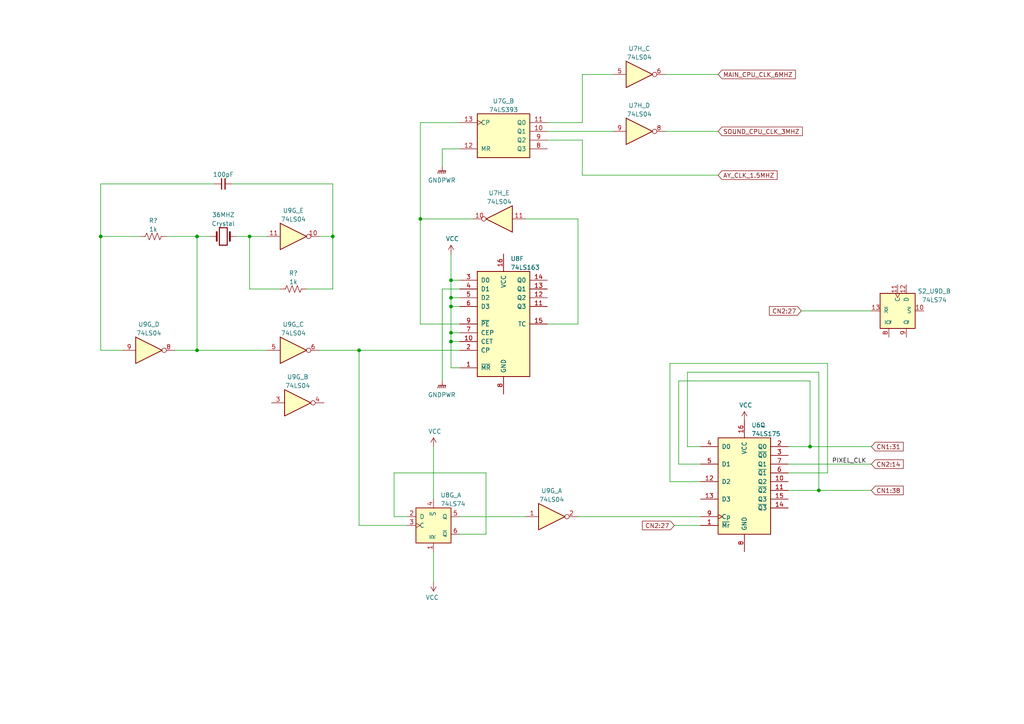
<source format=kicad_sch>
(kicad_sch (version 20211123) (generator eeschema)
  (paper "A4")
  (lib_symbols
    (symbol "74xx:74LS04"
      (property "Reference" "U" (at 0 1.27 0))
      (property "Value" "74LS04" (at 0 -1.27 0))
      (symbol "74LS04_1_0"
        (polyline (pts (xy -3.81 3.81) (xy -3.81 -3.81) (xy 3.81 0) (xy -3.81 3.81)) (stroke (width 0.254)) (fill (type background)))
        (pin input line (at -7.62 0 0) (length 3.81) (name "~") (number "1"))
        (pin output inverted (at 7.62 0 180) (length 3.81) (name "~") (number "2"))
      )
      (symbol "74LS04_2_0"
        (polyline (pts (xy -3.81 3.81) (xy -3.81 -3.81) (xy 3.81 0) (xy -3.81 3.81)) (stroke (width 0.254)) (fill (type background)))
        (pin input line (at -7.62 0 0) (length 3.81) (name "~") (number "3"))
        (pin output inverted (at 7.62 0 180) (length 3.81) (name "~") (number "4"))
      )
      (symbol "74LS04_3_0"
        (polyline (pts (xy -3.81 3.81) (xy -3.81 -3.81) (xy 3.81 0) (xy -3.81 3.81)) (stroke (width 0.254)) (fill (type background)))
        (pin input line (at -7.62 0 0) (length 3.81) (name "~") (number "5"))
        (pin output inverted (at 7.62 0 180) (length 3.81) (name "~") (number "6"))
      )
      (symbol "74LS04_4_0"
        (polyline (pts (xy -3.81 3.81) (xy -3.81 -3.81) (xy 3.81 0) (xy -3.81 3.81)) (stroke (width 0.254)) (fill (type background)))
        (pin output inverted (at 7.62 0 180) (length 3.81) (name "~") (number "8"))
        (pin input line (at -7.62 0 0) (length 3.81) (name "~") (number "9"))
      )
      (symbol "74LS04_5_0"
        (polyline (pts (xy -3.81 3.81) (xy -3.81 -3.81) (xy 3.81 0) (xy -3.81 3.81)) (stroke (width 0.254)) (fill (type background)))
        (pin output inverted (at 7.62 0 180) (length 3.81) (name "~") (number "10"))
        (pin input line (at -7.62 0 0) (length 3.81) (name "~") (number "11"))
      )
      (symbol "74LS04_6_0"
        (polyline (pts (xy -3.81 3.81) (xy -3.81 -3.81) (xy 3.81 0) (xy -3.81 3.81)) (stroke (width 0.254)) (fill (type background)))
        (pin output inverted (at 7.62 0 180) (length 3.81) (name "~") (number "12"))
        (pin input line (at -7.62 0 0) (length 3.81) (name "~") (number "13"))
      )
      (symbol "74LS04_7_0"
        (pin power_in line (at 0 12.7 270) (length 5.08) (name "VCC") (number "14"))
        (pin power_in line (at 0 -12.7 90) (length 5.08) (name "GND") (number "7"))
      )
      (symbol "74LS04_7_1"
        (rectangle (start -5.08 7.62) (end 5.08 -7.62) (stroke (width 0.254)) (fill (type background)))
      )
    )
    (symbol "74xx:74LS163" (pin_names (offset 1.016))
      (property "Reference" "U" (at -7.62 16.51 0))
      (property "Value" "74LS163" (at -7.62 -16.51 0))
      (symbol "74LS163_1_0"
        (pin input line (at -12.7 -12.7 0) (length 5.08) (name "~{MR}") (number "1"))
        (pin input line (at -12.7 -5.08 0) (length 5.08) (name "CET") (number "10"))
        (pin output line (at 12.7 5.08 180) (length 5.08) (name "Q3") (number "11"))
        (pin output line (at 12.7 7.62 180) (length 5.08) (name "Q2") (number "12"))
        (pin output line (at 12.7 10.16 180) (length 5.08) (name "Q1") (number "13"))
        (pin output line (at 12.7 12.7 180) (length 5.08) (name "Q0") (number "14"))
        (pin output line (at 12.7 0 180) (length 5.08) (name "TC") (number "15"))
        (pin power_in line (at 0 20.32 270) (length 5.08) (name "VCC") (number "16"))
        (pin input line (at -12.7 -7.62 0) (length 5.08) (name "CP") (number "2"))
        (pin input line (at -12.7 12.7 0) (length 5.08) (name "D0") (number "3"))
        (pin input line (at -12.7 10.16 0) (length 5.08) (name "D1") (number "4"))
        (pin input line (at -12.7 7.62 0) (length 5.08) (name "D2") (number "5"))
        (pin input line (at -12.7 5.08 0) (length 5.08) (name "D3") (number "6"))
        (pin input line (at -12.7 -2.54 0) (length 5.08) (name "CEP") (number "7"))
        (pin power_in line (at 0 -20.32 90) (length 5.08) (name "GND") (number "8"))
        (pin input line (at -12.7 0 0) (length 5.08) (name "~{PE}") (number "9"))
      )
      (symbol "74LS163_1_1"
        (rectangle (start -7.62 15.24) (end 7.62 -15.24) (stroke (width 0.254)) (fill (type background)))
      )
    )
    (symbol "74xx:74LS175" (pin_names (offset 1.016))
      (property "Reference" "U" (at -7.62 13.97 0))
      (property "Value" "74LS175" (at -7.62 -16.51 0))
      (symbol "74LS175_1_0"
        (pin input line (at -12.7 -12.7 0) (length 5.08) (name "~{Mr}") (number "1"))
        (pin output line (at 12.7 0 180) (length 5.08) (name "Q2") (number "10"))
        (pin output line (at 12.7 -2.54 180) (length 5.08) (name "~{Q2}") (number "11"))
        (pin input line (at -12.7 0 0) (length 5.08) (name "D2") (number "12"))
        (pin input line (at -12.7 -5.08 0) (length 5.08) (name "D3") (number "13"))
        (pin output line (at 12.7 -7.62 180) (length 5.08) (name "~{Q3}") (number "14"))
        (pin output line (at 12.7 -5.08 180) (length 5.08) (name "Q3") (number "15"))
        (pin power_in line (at 0 17.78 270) (length 5.08) (name "VCC") (number "16"))
        (pin output line (at 12.7 10.16 180) (length 5.08) (name "Q0") (number "2"))
        (pin output line (at 12.7 7.62 180) (length 5.08) (name "~{Q0}") (number "3"))
        (pin input line (at -12.7 10.16 0) (length 5.08) (name "D0") (number "4"))
        (pin input line (at -12.7 5.08 0) (length 5.08) (name "D1") (number "5"))
        (pin output line (at 12.7 2.54 180) (length 5.08) (name "~{Q1}") (number "6"))
        (pin output line (at 12.7 5.08 180) (length 5.08) (name "Q1") (number "7"))
        (pin power_in line (at 0 -20.32 90) (length 5.08) (name "GND") (number "8"))
        (pin input clock (at -12.7 -10.16 0) (length 5.08) (name "Cp") (number "9"))
      )
      (symbol "74LS175_1_1"
        (rectangle (start -7.62 12.7) (end 7.62 -15.24) (stroke (width 0.254)) (fill (type background)))
      )
    )
    (symbol "74xx:74LS393" (pin_names (offset 1.016))
      (property "Reference" "U" (at -7.62 8.89 0))
      (property "Value" "74LS393" (at -7.62 -8.89 0))
      (symbol "74LS393_1_0"
        (pin input clock (at -12.7 2.54 0) (length 5.08) (name "CP") (number "1"))
        (pin input line (at -12.7 -5.08 0) (length 5.08) (name "MR") (number "2"))
        (pin output line (at 12.7 2.54 180) (length 5.08) (name "Q0") (number "3"))
        (pin output line (at 12.7 0 180) (length 5.08) (name "Q1") (number "4"))
        (pin output line (at 12.7 -2.54 180) (length 5.08) (name "Q2") (number "5"))
        (pin output line (at 12.7 -5.08 180) (length 5.08) (name "Q3") (number "6"))
      )
      (symbol "74LS393_1_1"
        (rectangle (start -7.62 5.08) (end 7.62 -7.62) (stroke (width 0.254)) (fill (type background)))
      )
      (symbol "74LS393_2_0"
        (pin output line (at 12.7 0 180) (length 5.08) (name "Q1") (number "10"))
        (pin output line (at 12.7 2.54 180) (length 5.08) (name "Q0") (number "11"))
        (pin input line (at -12.7 -5.08 0) (length 5.08) (name "MR") (number "12"))
        (pin input clock (at -12.7 2.54 0) (length 5.08) (name "CP") (number "13"))
        (pin output line (at 12.7 -5.08 180) (length 5.08) (name "Q3") (number "8"))
        (pin output line (at 12.7 -2.54 180) (length 5.08) (name "Q2") (number "9"))
      )
      (symbol "74LS393_2_1"
        (rectangle (start -7.62 5.08) (end 7.62 -7.62) (stroke (width 0.254)) (fill (type background)))
      )
      (symbol "74LS393_3_0"
        (pin power_in line (at 0 12.7 270) (length 5.08) (name "VCC") (number "14"))
        (pin power_in line (at 0 -12.7 90) (length 5.08) (name "GND") (number "7"))
      )
      (symbol "74LS393_3_1"
        (rectangle (start -5.08 7.62) (end 5.08 -7.62) (stroke (width 0.254)) (fill (type background)))
      )
    )
    (symbol "74xx:74LS74" (pin_names (offset 1.016))
      (property "Reference" "U" (at -7.62 8.89 0))
      (property "Value" "74LS74" (at -7.62 -8.89 0))
      (symbol "74LS74_1_0"
        (pin input line (at 0 -7.62 90) (length 2.54) (name "~{R}") (number "1"))
        (pin input line (at -7.62 2.54 0) (length 2.54) (name "D") (number "2"))
        (pin input clock (at -7.62 0 0) (length 2.54) (name "C") (number "3"))
        (pin input line (at 0 7.62 270) (length 2.54) (name "~{S}") (number "4"))
        (pin output line (at 7.62 2.54 180) (length 2.54) (name "Q") (number "5"))
        (pin output line (at 7.62 -2.54 180) (length 2.54) (name "~{Q}") (number "6"))
      )
      (symbol "74LS74_1_1"
        (rectangle (start -5.08 5.08) (end 5.08 -5.08) (stroke (width 0.254)) (fill (type background)))
      )
      (symbol "74LS74_2_0"
        (pin input line (at 0 7.62 270) (length 2.54) (name "~{S}") (number "10"))
        (pin input clock (at -7.62 0 0) (length 2.54) (name "C") (number "11"))
        (pin input line (at -7.62 2.54 0) (length 2.54) (name "D") (number "12"))
        (pin input line (at 0 -7.62 90) (length 2.54) (name "~{R}") (number "13"))
        (pin output line (at 7.62 -2.54 180) (length 2.54) (name "~{Q}") (number "8"))
        (pin output line (at 7.62 2.54 180) (length 2.54) (name "Q") (number "9"))
      )
      (symbol "74LS74_2_1"
        (rectangle (start -5.08 5.08) (end 5.08 -5.08) (stroke (width 0.254)) (fill (type background)))
      )
      (symbol "74LS74_3_0"
        (pin power_in line (at 0 10.16 270) (length 2.54) (name "VCC") (number "14"))
        (pin power_in line (at 0 -10.16 90) (length 2.54) (name "GND") (number "7"))
      )
      (symbol "74LS74_3_1"
        (rectangle (start -5.08 7.62) (end 5.08 -7.62) (stroke (width 0.254)) (fill (type background)))
      )
    )
    (symbol "Device:C_Small" (pin_numbers hide) (pin_names (offset 0.254) hide)
      (property "Reference" "C" (at 0.254 1.778 0))
      (property "Value" "C_Small" (at 0.254 -2.032 0))
      (symbol "C_Small_0_1"
        (polyline (pts (xy -1.524 -0.508) (xy 1.524 -0.508)) (stroke (width 0.3302)))
        (polyline (pts (xy -1.524 0.508) (xy 1.524 0.508)) (stroke (width 0.3048)))
      )
      (symbol "C_Small_1_1"
        (pin passive line (at 0 2.54 270) (length 2.032) (name "~") (number "1"))
        (pin passive line (at 0 -2.54 90) (length 2.032) (name "~") (number "2"))
      )
    )
    (symbol "Device:Crystal" (pin_numbers hide) (pin_names (offset 1.016) hide)
      (property "Reference" "Y" (at 0 3.81 0))
      (property "Value" "Crystal" (at 0 -3.81 0))
      (symbol "Crystal_0_1"
        (rectangle (start -1.143 2.54) (end 1.143 -2.54) (stroke (width 0.3048)))
        (polyline (pts (xy -2.54 0) (xy -1.905 0)))
        (polyline (pts (xy -1.905 -1.27) (xy -1.905 1.27)) (stroke (width 0.508)))
        (polyline (pts (xy 1.905 -1.27) (xy 1.905 1.27)) (stroke (width 0.508)))
        (polyline (pts (xy 2.54 0) (xy 1.905 0)))
      )
      (symbol "Crystal_1_1"
        (pin passive line (at -3.81 0 0) (length 1.27) (name "1") (number "1"))
        (pin passive line (at 3.81 0 180) (length 1.27) (name "2") (number "2"))
      )
    )
    (symbol "Device:R_US" (pin_numbers hide) (pin_names (offset 0))
      (property "Reference" "R" (at 2.54 0 90))
      (property "Value" "R_US" (at -2.54 0 90))
      (symbol "R_US_0_1"
        (polyline (pts (xy 0 -2.286) (xy 0 -2.54)))
        (polyline (pts (xy 0 2.286) (xy 0 2.54)))
        (polyline (pts (xy 0 -0.762) (xy 1.016 -1.143) (xy 0 -1.524) (xy -1.016 -1.905) (xy 0 -2.286)))
        (polyline (pts (xy 0 0.762) (xy 1.016 0.381) (xy 0 0) (xy -1.016 -0.381) (xy 0 -0.762)))
        (polyline (pts (xy 0 2.286) (xy 1.016 1.905) (xy 0 1.524) (xy -1.016 1.143) (xy 0 0.762)))
      )
      (symbol "R_US_1_1"
        (pin passive line (at 0 3.81 270) (length 1.27) (name "~") (number "1"))
        (pin passive line (at 0 -3.81 90) (length 1.27) (name "~") (number "2"))
      )
    )
    (symbol "power:GNDPWR" (power) (pin_names (offset 0))
      (property "Value" "GNDPWR" (at 0 -3.302 0))
      (symbol "GNDPWR_0_1"
        (polyline (pts (xy 0 -1.27) (xy 0 0)))
        (polyline (pts (xy -1.016 -1.27) (xy -1.27 -2.032) (xy -1.27 -2.032)) (stroke (width 0.2032)))
        (polyline (pts (xy -0.508 -1.27) (xy -0.762 -2.032) (xy -0.762 -2.032)) (stroke (width 0.2032)))
        (polyline (pts (xy 0 -1.27) (xy -0.254 -2.032) (xy -0.254 -2.032)) (stroke (width 0.2032)))
        (polyline (pts (xy 0.508 -1.27) (xy 0.254 -2.032) (xy 0.254 -2.032)) (stroke (width 0.2032)))
        (polyline (pts (xy 1.016 -1.27) (xy -1.016 -1.27) (xy -1.016 -1.27)) (stroke (width 0.2032)))
        (polyline (pts (xy 1.016 -1.27) (xy 0.762 -2.032) (xy 0.762 -2.032) (xy 0.762 -2.032)) (stroke (width 0.2032)))
      )
      (symbol "GNDPWR_1_1"
        (pin power_in line (at 0 0 270) (length 0) hide (name "GNDPWR") (number "1"))
      )
    )
    (symbol "power:VCC" (power) (pin_names (offset 0))
      (property "Value" "VCC" (at 0 3.81 0))
      (symbol "VCC_0_1"
        (polyline (pts (xy -0.762 1.27) (xy 0 2.54)))
        (polyline (pts (xy 0 0) (xy 0 2.54)))
        (polyline (pts (xy 0 2.54) (xy 0.762 1.27)))
      )
      (symbol "VCC_1_1"
        (pin power_in line (at 0 0 90) (length 0) hide (name "VCC") (number "1"))
      )
    )
  )
  (junction (at 104.14 101.6))
  (junction (at 130.81 86.36))
  (junction (at 234.95 129.54))
  (junction (at 57.15 68.58))
  (junction (at 130.81 96.52))
  (junction (at 237.49 142.24))
  (junction (at 29.21 68.58))
  (junction (at 130.81 81.28))
  (junction (at 57.15 101.6))
  (junction (at 72.39 68.58))
  (junction (at 130.81 88.9))
  (junction (at 130.81 99.06))
  (junction (at 96.52 68.58))
  (junction (at 121.92 63.5))
  (wire (pts (xy 193.04 21.59) (xy 208.28 21.59)))
  (wire (pts (xy 168.91 21.59) (xy 177.8 21.59)))
  (wire (pts (xy 35.56 101.6) (xy 29.21 101.6)))
  (wire (pts (xy 203.2 129.54) (xy 199.39 129.54)))
  (wire (pts (xy 72.39 68.58) (xy 72.39 83.82)))
  (wire (pts (xy 57.15 68.58) (xy 57.15 101.6)))
  (wire (pts (xy 195.58 152.4) (xy 203.2 152.4)))
  (wire (pts (xy 62.23 53.34) (xy 29.21 53.34)))
  (wire (pts (xy 133.35 154.94) (xy 140.97 154.94)))
  (wire (pts (xy 72.39 68.58) (xy 77.47 68.58)))
  (wire (pts (xy 29.21 53.34) (xy 29.21 68.58)))
  (wire (pts (xy 234.95 129.54) (xy 234.95 110.49)))
  (wire (pts (xy 130.81 99.06) (xy 133.35 99.06)))
  (wire (pts (xy 128.27 43.18) (xy 128.27 48.26)))
  (wire (pts (xy 29.21 68.58) (xy 40.64 68.58)))
  (wire (pts (xy 92.71 68.58) (xy 96.52 68.58)))
  (wire (pts (xy 196.85 134.62) (xy 203.2 134.62)))
  (wire (pts (xy 140.97 154.94) (xy 140.97 137.16)))
  (wire (pts (xy 96.52 68.58) (xy 96.52 83.82)))
  (wire (pts (xy 121.92 93.98) (xy 121.92 63.5)))
  (wire (pts (xy 168.91 35.56) (xy 168.91 21.59)))
  (wire (pts (xy 228.6 134.62) (xy 252.73 134.62)))
  (wire (pts (xy 234.95 129.54) (xy 252.73 129.54)))
  (wire (pts (xy 194.31 139.7) (xy 203.2 139.7)))
  (wire (pts (xy 167.64 63.5) (xy 152.4 63.5)))
  (wire (pts (xy 104.14 152.4) (xy 118.11 152.4)))
  (wire (pts (xy 237.49 142.24) (xy 228.6 142.24)))
  (wire (pts (xy 130.81 99.06) (xy 130.81 106.68)))
  (wire (pts (xy 130.81 96.52) (xy 133.35 96.52)))
  (wire (pts (xy 128.27 83.82) (xy 133.35 83.82)))
  (wire (pts (xy 48.26 68.58) (xy 57.15 68.58)))
  (wire (pts (xy 158.75 35.56) (xy 168.91 35.56)))
  (wire (pts (xy 133.35 101.6) (xy 104.14 101.6)))
  (wire (pts (xy 240.03 105.41) (xy 194.31 105.41)))
  (wire (pts (xy 81.28 83.82) (xy 72.39 83.82)))
  (wire (pts (xy 121.92 35.56) (xy 133.35 35.56)))
  (wire (pts (xy 57.15 68.58) (xy 60.96 68.58)))
  (wire (pts (xy 104.14 101.6) (xy 104.14 152.4)))
  (wire (pts (xy 133.35 106.68) (xy 130.81 106.68)))
  (wire (pts (xy 199.39 107.95) (xy 237.49 107.95)))
  (wire (pts (xy 130.81 86.36) (xy 130.81 88.9)))
  (wire (pts (xy 130.81 73.66) (xy 130.81 81.28)))
  (wire (pts (xy 196.85 110.49) (xy 196.85 134.62)))
  (wire (pts (xy 67.31 53.34) (xy 96.52 53.34)))
  (wire (pts (xy 237.49 107.95) (xy 237.49 142.24)))
  (wire (pts (xy 121.92 63.5) (xy 121.92 35.56)))
  (wire (pts (xy 133.35 93.98) (xy 121.92 93.98)))
  (wire (pts (xy 158.75 93.98) (xy 167.64 93.98)))
  (wire (pts (xy 130.81 86.36) (xy 133.35 86.36)))
  (wire (pts (xy 140.97 137.16) (xy 114.3 137.16)))
  (wire (pts (xy 96.52 53.34) (xy 96.52 68.58)))
  (wire (pts (xy 167.64 149.86) (xy 203.2 149.86)))
  (wire (pts (xy 194.31 105.41) (xy 194.31 139.7)))
  (wire (pts (xy 121.92 63.5) (xy 137.16 63.5)))
  (wire (pts (xy 193.04 38.1) (xy 208.28 38.1)))
  (wire (pts (xy 228.6 137.16) (xy 240.03 137.16)))
  (wire (pts (xy 240.03 137.16) (xy 240.03 105.41)))
  (wire (pts (xy 168.91 40.64) (xy 168.91 50.8)))
  (wire (pts (xy 130.81 88.9) (xy 130.81 96.52)))
  (wire (pts (xy 128.27 83.82) (xy 128.27 110.49)))
  (wire (pts (xy 228.6 129.54) (xy 234.95 129.54)))
  (wire (pts (xy 234.95 110.49) (xy 196.85 110.49)))
  (wire (pts (xy 199.39 129.54) (xy 199.39 107.95)))
  (wire (pts (xy 158.75 38.1) (xy 177.8 38.1)))
  (wire (pts (xy 133.35 149.86) (xy 152.4 149.86)))
  (wire (pts (xy 68.58 68.58) (xy 72.39 68.58)))
  (wire (pts (xy 125.73 129.54) (xy 125.73 144.78)))
  (wire (pts (xy 130.81 88.9) (xy 133.35 88.9)))
  (wire (pts (xy 29.21 101.6) (xy 29.21 68.58)))
  (wire (pts (xy 130.81 96.52) (xy 130.81 99.06)))
  (wire (pts (xy 130.81 81.28) (xy 133.35 81.28)))
  (wire (pts (xy 92.71 101.6) (xy 104.14 101.6)))
  (wire (pts (xy 57.15 101.6) (xy 77.47 101.6)))
  (wire (pts (xy 114.3 137.16) (xy 114.3 149.86)))
  (wire (pts (xy 167.64 93.98) (xy 167.64 63.5)))
  (wire (pts (xy 237.49 142.24) (xy 252.73 142.24)))
  (wire (pts (xy 125.73 160.02) (xy 125.73 168.91)))
  (wire (pts (xy 50.8 101.6) (xy 57.15 101.6)))
  (wire (pts (xy 168.91 50.8) (xy 208.28 50.8)))
  (wire (pts (xy 158.75 40.64) (xy 168.91 40.64)))
  (wire (pts (xy 128.27 43.18) (xy 133.35 43.18)))
  (wire (pts (xy 232.41 90.17) (xy 252.73 90.17)))
  (wire (pts (xy 114.3 149.86) (xy 118.11 149.86)))
  (wire (pts (xy 130.81 81.28) (xy 130.81 86.36)))
  (wire (pts (xy 96.52 83.82) (xy 88.9 83.82)))
  (label "PIXEL_CLK" (at 241.3 134.62 0))
  (global_label "SOUND_CPU_CLK_3MHZ" (shape input) (at 208.28 38.1 0) (property "Intersheet References" "${INTERSHEET_REFS}" (effects hide)))
  (global_label "AY_CLK_1.5MHZ" (shape input) (at 208.28 50.8 0) (property "Intersheet References" "${INTERSHEET_REFS}" (effects hide)))
  (global_label "CN1:38" (shape input) (at 252.73 142.24 0) (property "Intersheet References" "${INTERSHEET_REFS}" (effects hide)))
  (global_label "MAIN_CPU_CLK_6MHZ" (shape input) (at 208.28 21.59 0) (property "Intersheet References" "${INTERSHEET_REFS}" (effects hide)))
  (global_label "CN2:14" (shape input) (at 252.73 134.62 0) (property "Intersheet References" "${INTERSHEET_REFS}" (effects hide)))
  (global_label "CN2:27" (shape input) (at 195.58 152.4 180) (property "Intersheet References" "${INTERSHEET_REFS}" (effects hide)))
  (global_label "CN1:31" (shape input) (at 252.73 129.54 0) (property "Intersheet References" "${INTERSHEET_REFS}" (effects hide)))
  (global_label "CN2:27" (shape input) (at 232.41 90.17 180) (property "Intersheet References" "${INTERSHEET_REFS}" (effects hide)))
  (symbol (lib_id "power:GNDPWR") (at 128.27 110.49 0) (unit 1)
    (property "Reference" "#PWR?" (effects hide))
    (property "Value" "GNDPWR" (at 128.143 114.527 0))
  )
  (symbol (lib_id "Device:Crystal") (at 64.77 68.58 0) (unit 1)
    (property "Reference" "36MHZ" (at 64.77 62.3148 0))
    (property "Value" "Crystal" (at 64.77 64.8517 0))
  )
  (symbol (lib_id "Device:R_US") (at 85.09 83.82 90) (unit 1)
    (property "Reference" "R?" (at 85.09 79.2312 90))
    (property "Value" "1k" (at 85.09 81.7681 90))
  )
  (symbol (lib_id "74xx:74LS04") (at 43.18 101.6 0) (unit 4)
    (property "Reference" "U9G_" (at 43.18 94.0902 0))
    (property "Value" "74LS04" (at 43.18 96.6271 0))
    (property "Datasheet" "http://www.ti.com/lit/gpn/sn74LS04" (effects hide))
  )
  (symbol (lib_id "power:VCC") (at 125.73 129.54 0) (unit 1)
    (property "Reference" "#PWR?" (effects hide))
    (property "Value" "VCC" (at 126.111 125.1458 0))
  )
  (symbol (lib_id "74xx:74LS163") (at 146.05 93.98 0) (unit 1)
    (property "Reference" "U8F" (at 148.0694 75.0402 0) (effects (justify left)))
    (property "Value" "74LS163" (at 148.0694 77.5771 0) (effects (justify left)))
    (property "Datasheet" "http://www.ti.com/lit/gpn/sn74LS163" (effects hide))
  )
  (symbol (lib_id "74xx:74LS04") (at 86.36 116.84 0) (unit 2)
    (property "Reference" "U9G_" (at 86.36 109.3302 0))
    (property "Value" "74LS04" (at 86.36 111.8671 0))
    (property "Datasheet" "http://www.ti.com/lit/gpn/sn74LS04" (effects hide))
  )
  (symbol (lib_id "Device:C_Small") (at 64.77 53.34 90) (unit 1)
    (property "Reference" "C?" (effects hide))
    (property "Value" "100pF" (at 64.7763 50.6151 90))
  )
  (symbol (lib_id "power:VCC") (at 125.73 168.91 180) (unit 1)
    (property "Reference" "#PWR?" (effects hide))
    (property "Value" "VCC" (at 125.349 173.3042 0))
  )
  (symbol (lib_id "power:GNDPWR") (at 128.27 48.26 0) (unit 1)
    (property "Reference" "#PWR?" (effects hide))
    (property "Value" "GNDPWR" (at 128.143 52.297 0))
  )
  (symbol (lib_id "74xx:74LS74") (at 260.35 90.17 270) (unit 2)
    (property "Reference" "S2_U9D_" (at 270.9885 84.4635 90))
    (property "Value" "74LS74" (at 270.9885 87.0004 90))
    (property "Datasheet" "74xx/74hc_hct74.pdf" (effects hide))
  )
  (symbol (lib_id "74xx:74LS04") (at 85.09 68.58 0) (unit 5)
    (property "Reference" "U9G_" (at 85.09 61.0702 0))
    (property "Value" "74LS04" (at 85.09 63.6071 0))
    (property "Datasheet" "http://www.ti.com/lit/gpn/sn74LS04" (effects hide))
  )
  (symbol (lib_id "74xx:74LS393") (at 146.05 38.1 0) (unit 2)
    (property "Reference" "U7G_" (at 146.05 29.3202 0))
    (property "Value" "74LS393" (at 146.05 31.8571 0))
    (property "Datasheet" "74xx\\74LS393.pdf" (effects hide))
  )
  (symbol (lib_id "power:VCC") (at 215.9 121.92 0) (unit 1)
    (property "Reference" "#PWR?" (effects hide))
    (property "Value" "VCC" (at 216.281 117.5258 0))
  )
  (symbol (lib_id "74xx:74LS04") (at 160.02 149.86 0) (unit 1)
    (property "Reference" "U9G_" (at 160.02 142.3502 0))
    (property "Value" "74LS04" (at 160.02 144.8871 0))
    (property "Datasheet" "http://www.ti.com/lit/gpn/sn74LS04" (effects hide))
  )
  (symbol (lib_id "74xx:74LS74") (at 125.73 152.4 0) (unit 1)
    (property "Reference" "U8G_" (at 127.7494 143.6202 0) (effects (justify left)))
    (property "Value" "74LS74" (at 127.7494 146.1571 0) (effects (justify left)))
    (property "Datasheet" "74xx/74hc_hct74.pdf" (effects hide))
  )
  (symbol (lib_id "74xx:74LS04") (at 85.09 101.6 0) (unit 3)
    (property "Reference" "U9G_" (at 85.09 94.0902 0))
    (property "Value" "74LS04" (at 85.09 96.6271 0))
    (property "Datasheet" "http://www.ti.com/lit/gpn/sn74LS04" (effects hide))
  )
  (symbol (lib_id "74xx:74LS04") (at 185.42 38.1 0) (unit 4)
    (property "Reference" "U7H_" (at 185.42 30.5902 0))
    (property "Value" "74LS04" (at 185.42 33.1271 0))
    (property "Datasheet" "http://www.ti.com/lit/gpn/sn74LS04" (effects hide))
  )
  (symbol (lib_id "power:VCC") (at 130.81 73.66 0) (unit 1)
    (property "Reference" "#PWR?" (effects hide))
    (property "Value" "VCC" (at 131.191 69.2658 0))
  )
  (symbol (lib_id "74xx:74LS175") (at 215.9 139.7 0) (unit 1)
    (property "Reference" "U6Q" (at 217.9194 123.3002 0) (effects (justify left)))
    (property "Value" "74LS175" (at 217.9194 125.8371 0) (effects (justify left)))
    (property "Datasheet" "http://www.ti.com/lit/gpn/sn74LS175" (effects hide))
  )
  (symbol (lib_id "Device:R_US") (at 44.45 68.58 90) (unit 1)
    (property "Reference" "R?" (at 44.45 63.9912 90))
    (property "Value" "1k" (at 44.45 66.5281 90))
  )
  (symbol (lib_id "74xx:74LS04") (at 144.78 63.5 180) (unit 5)
    (property "Reference" "U7H_" (at 144.78 55.9902 0))
    (property "Value" "74LS04" (at 144.78 58.5271 0))
    (property "Datasheet" "http://www.ti.com/lit/gpn/sn74LS04" (effects hide))
  )
  (symbol (lib_id "74xx:74LS04") (at 185.42 21.59 0) (unit 3)
    (property "Reference" "U7H_" (at 185.42 14.0802 0))
    (property "Value" "74LS04" (at 185.42 16.6171 0))
    (property "Datasheet" "http://www.ti.com/lit/gpn/sn74LS04" (effects hide))
  )
)
</source>
